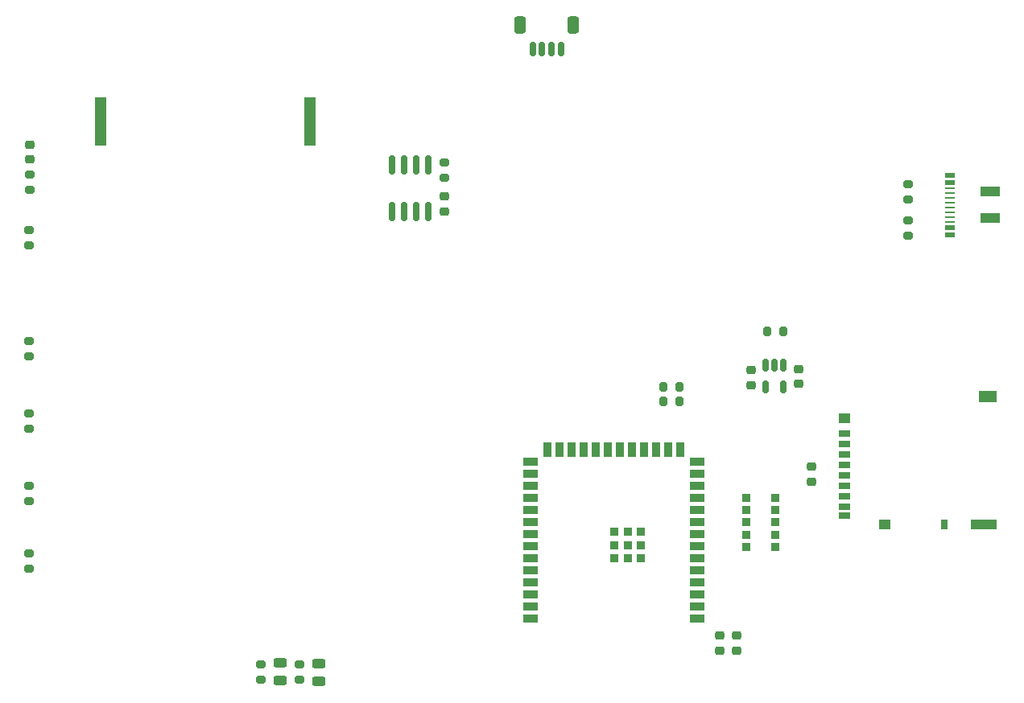
<source format=gbr>
%TF.GenerationSoftware,KiCad,Pcbnew,7.0.1*%
%TF.CreationDate,2023-04-28T22:50:49+01:00*%
%TF.ProjectId,clock25,636c6f63-6b32-4352-9e6b-696361645f70,rev?*%
%TF.SameCoordinates,Original*%
%TF.FileFunction,Paste,Top*%
%TF.FilePolarity,Positive*%
%FSLAX46Y46*%
G04 Gerber Fmt 4.6, Leading zero omitted, Abs format (unit mm)*
G04 Created by KiCad (PCBNEW 7.0.1) date 2023-04-28 22:50:49*
%MOMM*%
%LPD*%
G01*
G04 APERTURE LIST*
G04 Aperture macros list*
%AMRoundRect*
0 Rectangle with rounded corners*
0 $1 Rounding radius*
0 $2 $3 $4 $5 $6 $7 $8 $9 X,Y pos of 4 corners*
0 Add a 4 corners polygon primitive as box body*
4,1,4,$2,$3,$4,$5,$6,$7,$8,$9,$2,$3,0*
0 Add four circle primitives for the rounded corners*
1,1,$1+$1,$2,$3*
1,1,$1+$1,$4,$5*
1,1,$1+$1,$6,$7*
1,1,$1+$1,$8,$9*
0 Add four rect primitives between the rounded corners*
20,1,$1+$1,$2,$3,$4,$5,0*
20,1,$1+$1,$4,$5,$6,$7,0*
20,1,$1+$1,$6,$7,$8,$9,0*
20,1,$1+$1,$8,$9,$2,$3,0*%
G04 Aperture macros list end*
%ADD10R,0.900000X0.900000*%
%ADD11RoundRect,0.200000X-0.275000X0.200000X-0.275000X-0.200000X0.275000X-0.200000X0.275000X0.200000X0*%
%ADD12RoundRect,0.243750X0.456250X-0.243750X0.456250X0.243750X-0.456250X0.243750X-0.456250X-0.243750X0*%
%ADD13RoundRect,0.225000X-0.250000X0.225000X-0.250000X-0.225000X0.250000X-0.225000X0.250000X0.225000X0*%
%ADD14R,1.200000X0.700000*%
%ADD15R,0.800000X1.000000*%
%ADD16R,1.200000X1.000000*%
%ADD17R,2.800000X1.000000*%
%ADD18R,1.900000X1.300000*%
%ADD19RoundRect,0.150000X-0.150000X0.512500X-0.150000X-0.512500X0.150000X-0.512500X0.150000X0.512500X0*%
%ADD20R,1.000000X0.520000*%
%ADD21R,1.000000X0.270000*%
%ADD22R,2.000000X1.000000*%
%ADD23RoundRect,0.200000X0.275000X-0.200000X0.275000X0.200000X-0.275000X0.200000X-0.275000X-0.200000X0*%
%ADD24R,1.500000X0.900000*%
%ADD25R,0.900000X1.500000*%
%ADD26RoundRect,0.150000X-0.150000X-0.625000X0.150000X-0.625000X0.150000X0.625000X-0.150000X0.625000X0*%
%ADD27RoundRect,0.250000X-0.350000X-0.650000X0.350000X-0.650000X0.350000X0.650000X-0.350000X0.650000X0*%
%ADD28R,1.270000X5.080000*%
%ADD29RoundRect,0.200000X-0.200000X-0.275000X0.200000X-0.275000X0.200000X0.275000X-0.200000X0.275000X0*%
%ADD30RoundRect,0.150000X-0.150000X0.825000X-0.150000X-0.825000X0.150000X-0.825000X0.150000X0.825000X0*%
%ADD31RoundRect,0.200000X0.200000X0.275000X-0.200000X0.275000X-0.200000X-0.275000X0.200000X-0.275000X0*%
G04 APERTURE END LIST*
D10*
%TO.C,R7*%
X178030000Y-120964000D03*
X178030000Y-119644000D03*
X178030000Y-118364000D03*
X178030000Y-117084000D03*
X178030000Y-115764000D03*
X175030000Y-115764000D03*
X175030000Y-117084000D03*
X175030000Y-118364000D03*
X175030000Y-119644000D03*
X175030000Y-120964000D03*
%TD*%
D11*
%TO.C,R2*%
X192024000Y-86551000D03*
X192024000Y-88201000D03*
%TD*%
D12*
%TO.C,D2*%
X130048000Y-135128000D03*
X130048000Y-133253000D03*
%TD*%
D13*
%TO.C,C3*%
X173990000Y-130289000D03*
X173990000Y-131839000D03*
%TD*%
D14*
%TO.C,J6*%
X185315000Y-108985000D03*
X185315000Y-110085000D03*
X185315000Y-111185000D03*
X185315000Y-112285000D03*
X185315000Y-113385000D03*
X185315000Y-114485000D03*
X185315000Y-115585000D03*
X185315000Y-116685000D03*
X185315000Y-117635000D03*
D15*
X195815000Y-118585000D03*
D16*
X189615000Y-118585000D03*
D17*
X199965000Y-118585000D03*
D16*
X185315000Y-107435000D03*
D18*
X200415000Y-105085000D03*
%TD*%
D19*
%TO.C,U2*%
X178938000Y-101854000D03*
X177988000Y-101854000D03*
X177038000Y-101854000D03*
X177038000Y-104129000D03*
X178938000Y-104129000D03*
%TD*%
D20*
%TO.C,J1*%
X196460000Y-88060000D03*
X196460000Y-87310000D03*
D21*
X196460000Y-86210000D03*
X196460000Y-85710000D03*
X196460000Y-84710000D03*
X196460000Y-83710000D03*
D20*
X196460000Y-82610000D03*
X196460000Y-81860000D03*
X196460000Y-81860000D03*
X196460000Y-82610000D03*
D21*
X196460000Y-83210000D03*
X196460000Y-84210000D03*
X196460000Y-85210000D03*
X196460000Y-86710000D03*
D20*
X196460000Y-87310000D03*
X196460000Y-88060000D03*
D22*
X200660000Y-83560000D03*
X200660000Y-86360000D03*
%TD*%
D11*
%TO.C,R4*%
X143256000Y-80455000D03*
X143256000Y-82105000D03*
%TD*%
D23*
%TO.C,R1*%
X192024000Y-84391000D03*
X192024000Y-82741000D03*
%TD*%
D12*
%TO.C,D1*%
X125984000Y-135049500D03*
X125984000Y-133174500D03*
%TD*%
D24*
%TO.C,U1*%
X169810000Y-128500000D03*
X169810000Y-127230000D03*
X169810000Y-125960000D03*
X169810000Y-124690000D03*
X169810000Y-123420000D03*
X169810000Y-122150000D03*
X169810000Y-120880000D03*
X169810000Y-119610000D03*
X169810000Y-118340000D03*
X169810000Y-117070000D03*
X169810000Y-115800000D03*
X169810000Y-114530000D03*
X169810000Y-113260000D03*
X169810000Y-111990000D03*
D25*
X168045000Y-110740000D03*
X166775000Y-110740000D03*
X165505000Y-110740000D03*
X164235000Y-110740000D03*
X162965000Y-110740000D03*
X161695000Y-110740000D03*
X160425000Y-110740000D03*
X159155000Y-110740000D03*
X157885000Y-110740000D03*
X156615000Y-110740000D03*
X155345000Y-110740000D03*
X154075000Y-110740000D03*
D24*
X152310000Y-111990000D03*
X152310000Y-113260000D03*
X152310000Y-114530000D03*
X152310000Y-115800000D03*
X152310000Y-117070000D03*
X152310000Y-118340000D03*
X152310000Y-119610000D03*
X152310000Y-120880000D03*
X152310000Y-122150000D03*
X152310000Y-123420000D03*
X152310000Y-124690000D03*
X152310000Y-125960000D03*
X152310000Y-127230000D03*
X152310000Y-128500000D03*
D10*
X163960000Y-122180000D03*
X163960000Y-120780000D03*
X163960000Y-119380000D03*
X162560000Y-122180000D03*
X162560000Y-120780000D03*
X162560000Y-119380000D03*
X161160000Y-122180000D03*
X161160000Y-120780000D03*
X161160000Y-119380000D03*
%TD*%
D13*
%TO.C,C6*%
X175514000Y-102349000D03*
X175514000Y-103899000D03*
%TD*%
%TO.C,C2*%
X99695000Y-78600000D03*
X99695000Y-80150000D03*
%TD*%
D23*
%TO.C,R12*%
X99568000Y-100901000D03*
X99568000Y-99251000D03*
%TD*%
D11*
%TO.C,R9*%
X99568000Y-87567000D03*
X99568000Y-89217000D03*
%TD*%
D23*
%TO.C,R13*%
X99568000Y-108521000D03*
X99568000Y-106871000D03*
%TD*%
%TO.C,R10*%
X123952000Y-134937000D03*
X123952000Y-133287000D03*
%TD*%
D13*
%TO.C,C4*%
X172212000Y-130289000D03*
X172212000Y-131839000D03*
%TD*%
D26*
%TO.C,J4*%
X152545000Y-68565000D03*
X153545000Y-68565000D03*
X154545000Y-68565000D03*
X155545000Y-68565000D03*
D27*
X151245000Y-66040000D03*
X156845000Y-66040000D03*
%TD*%
D28*
%TO.C,BT1*%
X129095000Y-76200000D03*
X107125000Y-76200000D03*
%TD*%
D29*
%TO.C,R3*%
X177229000Y-98298000D03*
X178879000Y-98298000D03*
%TD*%
D13*
%TO.C,C5*%
X180528000Y-102216500D03*
X180528000Y-103766500D03*
%TD*%
D30*
%TO.C,U3*%
X141605000Y-80710000D03*
X140335000Y-80710000D03*
X139065000Y-80710000D03*
X137795000Y-80710000D03*
X137795000Y-85660000D03*
X139065000Y-85660000D03*
X140335000Y-85660000D03*
X141605000Y-85660000D03*
%TD*%
D23*
%TO.C,R8*%
X99695000Y-83375000D03*
X99695000Y-81725000D03*
%TD*%
D31*
%TO.C,R5*%
X167957000Y-105664000D03*
X166307000Y-105664000D03*
%TD*%
%TO.C,R6*%
X167957000Y-104140000D03*
X166307000Y-104140000D03*
%TD*%
D23*
%TO.C,R15*%
X99568000Y-123253000D03*
X99568000Y-121603000D03*
%TD*%
%TO.C,R11*%
X128016000Y-134937000D03*
X128016000Y-133287000D03*
%TD*%
D13*
%TO.C,C7*%
X181864000Y-112509000D03*
X181864000Y-114059000D03*
%TD*%
%TO.C,C1*%
X143256000Y-84061000D03*
X143256000Y-85611000D03*
%TD*%
D23*
%TO.C,R14*%
X99568000Y-116141000D03*
X99568000Y-114491000D03*
%TD*%
M02*

</source>
